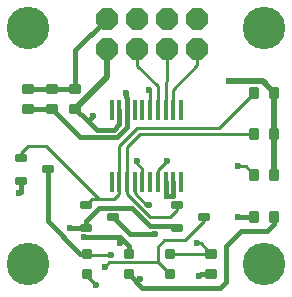
<source format=gtl>
G04 Layer_Physical_Order=1*
G04 Layer_Color=255*
%FSLAX44Y44*%
%MOMM*%
G71*
G01*
G75*
G04:AMPARAMS|DCode=10|XSize=0.6mm|YSize=1mm|CornerRadius=0.075mm|HoleSize=0mm|Usage=FLASHONLY|Rotation=270.000|XOffset=0mm|YOffset=0mm|HoleType=Round|Shape=RoundedRectangle|*
%AMROUNDEDRECTD10*
21,1,0.6000,0.8500,0,0,270.0*
21,1,0.4500,1.0000,0,0,270.0*
1,1,0.1500,-0.4250,-0.2250*
1,1,0.1500,-0.4250,0.2250*
1,1,0.1500,0.4250,0.2250*
1,1,0.1500,0.4250,-0.2250*
%
%ADD10ROUNDEDRECTD10*%
G04:AMPARAMS|DCode=11|XSize=1mm|YSize=0.9mm|CornerRadius=0.1125mm|HoleSize=0mm|Usage=FLASHONLY|Rotation=270.000|XOffset=0mm|YOffset=0mm|HoleType=Round|Shape=RoundedRectangle|*
%AMROUNDEDRECTD11*
21,1,1.0000,0.6750,0,0,270.0*
21,1,0.7750,0.9000,0,0,270.0*
1,1,0.2250,-0.3375,-0.3875*
1,1,0.2250,-0.3375,0.3875*
1,1,0.2250,0.3375,0.3875*
1,1,0.2250,0.3375,-0.3875*
%
%ADD11ROUNDEDRECTD11*%
G04:AMPARAMS|DCode=12|XSize=1mm|YSize=0.9mm|CornerRadius=0.1125mm|HoleSize=0mm|Usage=FLASHONLY|Rotation=0.000|XOffset=0mm|YOffset=0mm|HoleType=Round|Shape=RoundedRectangle|*
%AMROUNDEDRECTD12*
21,1,1.0000,0.6750,0,0,0.0*
21,1,0.7750,0.9000,0,0,0.0*
1,1,0.2250,0.3875,-0.3375*
1,1,0.2250,-0.3875,-0.3375*
1,1,0.2250,-0.3875,0.3375*
1,1,0.2250,0.3875,0.3375*
%
%ADD12ROUNDEDRECTD12*%
G04:AMPARAMS|DCode=13|XSize=0.8mm|YSize=0.8mm|CornerRadius=0.1mm|HoleSize=0mm|Usage=FLASHONLY|Rotation=90.000|XOffset=0mm|YOffset=0mm|HoleType=Round|Shape=RoundedRectangle|*
%AMROUNDEDRECTD13*
21,1,0.8000,0.6000,0,0,90.0*
21,1,0.6000,0.8000,0,0,90.0*
1,1,0.2000,0.3000,0.3000*
1,1,0.2000,0.3000,-0.3000*
1,1,0.2000,-0.3000,-0.3000*
1,1,0.2000,-0.3000,0.3000*
%
%ADD13ROUNDEDRECTD13*%
%ADD14R,0.4064X1.6510*%
%ADD15C,0.2500*%
%ADD16C,0.4000*%
%ADD17C,0.5000*%
%ADD18P,2.0345X8X202.5*%
%ADD19C,3.6000*%
%ADD20C,0.6000*%
D10*
X49000Y-60000D02*
D03*
X26000Y-69500D02*
D03*
Y-50500D02*
D03*
X-28500Y-60000D02*
D03*
X-51500Y-69500D02*
D03*
Y-50500D02*
D03*
X-83500Y-20000D02*
D03*
X-106500Y-29500D02*
D03*
Y-10500D02*
D03*
D11*
X108500Y10000D02*
D03*
X91500D02*
D03*
X108500Y45000D02*
D03*
X91500D02*
D03*
X108500Y-25000D02*
D03*
X91500D02*
D03*
X91500Y-60000D02*
D03*
X108500D02*
D03*
D12*
X-60000Y31500D02*
D03*
Y48500D02*
D03*
X-80000Y31500D02*
D03*
Y48500D02*
D03*
X-100000Y31500D02*
D03*
Y48500D02*
D03*
X55000Y-91500D02*
D03*
Y-108500D02*
D03*
D13*
X20000Y-91500D02*
D03*
Y-108500D02*
D03*
X-50000Y-91500D02*
D03*
Y-108500D02*
D03*
X-15000Y-91500D02*
D03*
Y-108500D02*
D03*
D14*
X-29400Y30734D02*
D03*
X-22900D02*
D03*
X-16400D02*
D03*
X-3400D02*
D03*
X-9900D02*
D03*
X3100D02*
D03*
X9652D02*
D03*
X16256D02*
D03*
X22606D02*
D03*
X29210D02*
D03*
X-29400Y-30500D02*
D03*
X-22900D02*
D03*
X-16400D02*
D03*
X-9900D02*
D03*
X-3400D02*
D03*
X3100D02*
D03*
X9652D02*
D03*
X16256D02*
D03*
X22606D02*
D03*
X29210D02*
D03*
D15*
X77500Y-17500D02*
X84000D01*
X91500Y-25000D01*
X9652Y-20348D02*
X17500Y-12500D01*
X9652Y-30500D02*
Y-20348D01*
X-3400Y-30500D02*
Y-19100D01*
X-7500Y-15000D02*
X-3400Y-19100D01*
X-7500Y-15000D02*
Y-12500D01*
X0Y-50000D02*
X2500D01*
X-9900Y-40100D02*
X0Y-50000D01*
X-16400Y-40787D02*
X2813Y-60000D01*
X26000Y-54000D02*
Y-50500D01*
X20000Y-60000D02*
X26000Y-54000D01*
X2813Y-60000D02*
X20000D01*
X-9900Y-40100D02*
Y-30500D01*
X-50000Y-91500D02*
X-49000Y-92500D01*
X-30000D01*
X46000Y-82500D02*
X55000Y-91500D01*
X42500Y-82500D02*
X46000D01*
X9750Y-85250D02*
X15000Y-80000D01*
X9750Y-98750D02*
Y-85250D01*
X-35000Y-102500D02*
X-31250Y-98750D01*
X9750D01*
X2500Y47500D02*
X3100Y46900D01*
Y30734D02*
Y46900D01*
X-50000Y-110000D02*
Y-108500D01*
Y-110000D02*
X-42500Y-117500D01*
X-5000Y10000D02*
X91500D01*
X-16400Y-1400D02*
X-5000Y10000D01*
X-16400Y-30500D02*
Y-1400D01*
X61500Y15000D02*
X91500Y45000D01*
X-7500Y15000D02*
X61500D01*
X-22900Y-400D02*
X-7500Y15000D01*
X-22900Y-30500D02*
Y-400D01*
X-40000Y-45000D02*
X-27500D01*
X-46000D02*
X-40000D01*
X-85000Y0D02*
X-40000Y-45000D01*
X-100000Y0D02*
X-85000D01*
X-106500Y-6500D02*
X-100000Y0D01*
X-106500Y-10500D02*
Y-6500D01*
X20000Y-91500D02*
X55000D01*
X32500Y-80000D02*
X49000Y-63500D01*
X15000Y-80000D02*
X32500D01*
X10000Y-98500D02*
X20000Y-108500D01*
X-27500Y-45000D02*
X-22900Y-40400D01*
X-51500Y-50500D02*
X-46000Y-45000D01*
X-22900Y-40400D02*
Y-30500D01*
X49000Y-63500D02*
Y-60000D01*
X-16400Y-40787D02*
Y-30500D01*
X22606Y30734D02*
Y47606D01*
X43100Y68100D01*
Y82300D01*
X16256Y30734D02*
Y53756D01*
X17700Y55200D01*
Y82300D01*
X9652Y30734D02*
Y50348D01*
X-7700Y67700D02*
X9652Y50348D01*
X-7700Y67700D02*
Y82300D01*
D16*
X-52500Y-77500D02*
X-22500D01*
X-15000Y-85000D01*
X-13500Y-75000D02*
X7500D01*
X-28500Y-60000D02*
X-13500Y-75000D01*
X-12112Y-52500D02*
X2888Y-67500D01*
X24000D01*
X26000Y-69500D01*
X22500Y-30606D02*
X22606Y-30500D01*
X22500Y-42500D02*
Y-30606D01*
X17512Y-42500D02*
X22500D01*
X16256Y-41244D02*
X17512Y-42500D01*
X16256Y-41244D02*
Y-30500D01*
X-15000Y-108500D02*
X-3500Y-120000D01*
X-107500Y-40000D02*
X-106500Y-39000D01*
Y-29500D01*
X-15000Y-91500D02*
Y-85000D01*
X45000Y-110000D02*
X46500Y-108500D01*
X55000D01*
X-56000Y-91500D02*
X-50000D01*
X-83500Y-64000D02*
X-56000Y-91500D01*
X-83500Y-64000D02*
Y-20000D01*
X-3500Y-120000D02*
X62500D01*
X67500Y-115000D01*
Y-85000D01*
X80000Y-72500D01*
X102500D01*
X108500Y-66500D01*
Y-60000D01*
X77500D02*
X91500D01*
X-40000Y-52500D02*
X-12112D01*
X-51500Y-64000D02*
X-40000Y-52500D01*
X-51500Y-69500D02*
Y-64000D01*
X-52000Y-70000D02*
X-51500Y-69500D01*
X-65000Y-70000D02*
X-52000D01*
X-60000Y80800D02*
X-33100Y107700D01*
X-60000Y48500D02*
Y80800D01*
X-80000Y48500D02*
X-60000D01*
X-100000D02*
X-80000D01*
X-16400Y30734D02*
Y40468D01*
X-17500Y41568D02*
X-16400Y40468D01*
X-17500Y41568D02*
Y45000D01*
X-50000Y21500D02*
X-42000Y13500D01*
X-60000Y31500D02*
X-50000Y21500D01*
X-48500D02*
X-45000Y25000D01*
X-50000Y21500D02*
X-48500D01*
X-22900Y18085D02*
Y30734D01*
X-27485Y13500D02*
X-22900Y18085D01*
X-42000Y13500D02*
X-27485D01*
X-16400Y16100D02*
Y30734D01*
X-25000Y7500D02*
X-16400Y16100D01*
X-56000Y7500D02*
X-25000D01*
X-80000Y31500D02*
X-56000Y7500D01*
X-100000Y31500D02*
X-80000D01*
D17*
X26000Y-69500D02*
Y-69075D01*
X108500Y-25000D02*
Y10000D01*
Y45000D01*
X98500Y55000D02*
X108500Y45000D01*
X70000Y55000D02*
X98500D01*
X-60000Y31500D02*
X-33100Y58400D01*
Y82300D01*
D18*
D03*
Y107700D02*
D03*
X-7700Y82300D02*
D03*
Y107700D02*
D03*
X17700Y82300D02*
D03*
Y107700D02*
D03*
X43100Y82300D02*
D03*
Y107700D02*
D03*
D19*
X-100000Y-100000D02*
D03*
X100000D02*
D03*
Y100000D02*
D03*
X-100000D02*
D03*
D20*
X77500Y-17500D02*
D03*
X-22500Y-82500D02*
D03*
X-52500Y-77500D02*
D03*
X17500Y-12500D02*
D03*
X-7500D02*
D03*
X2500Y-50000D02*
D03*
X17512Y-42500D02*
D03*
X-30000Y-92500D02*
D03*
X-5000Y-112500D02*
D03*
X42500Y-82500D02*
D03*
X-35000Y-102500D02*
D03*
X2500Y47500D02*
D03*
X-42500Y-117500D02*
D03*
X-107500Y-40000D02*
D03*
X45000Y-110000D02*
D03*
X77500Y-60000D02*
D03*
X7500Y-75000D02*
D03*
X-65000Y-70000D02*
D03*
X70000Y55000D02*
D03*
X-17500Y45000D02*
D03*
X-45000Y25000D02*
D03*
M02*

</source>
